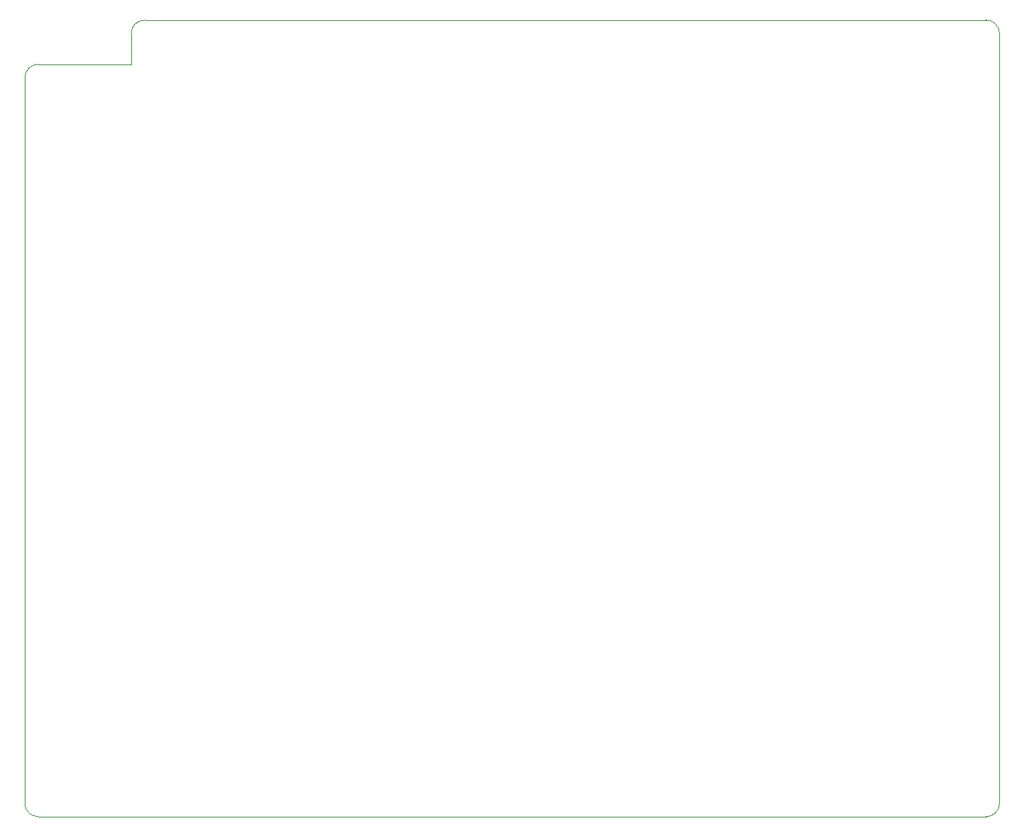
<source format=gbr>
%TF.GenerationSoftware,KiCad,Pcbnew,7.0.10-7.0.10~ubuntu22.04.1*%
%TF.CreationDate,2024-01-03T13:55:48+01:00*%
%TF.ProjectId,EEZ DIB BP3C-DM r3B3,45455a20-4449-4422-9042-5033432d444d,rev?*%
%TF.SameCoordinates,Original*%
%TF.FileFunction,Profile,NP*%
%FSLAX46Y46*%
G04 Gerber Fmt 4.6, Leading zero omitted, Abs format (unit mm)*
G04 Created by KiCad (PCBNEW 7.0.10-7.0.10~ubuntu22.04.1) date 2024-01-03 13:55:48*
%MOMM*%
%LPD*%
G01*
G04 APERTURE LIST*
%TA.AperFunction,Profile*%
%ADD10C,0.100000*%
%TD*%
G04 APERTURE END LIST*
D10*
X203501100Y-148503600D02*
X203501100Y-61503600D01*
X107001100Y-60003600D02*
G75*
G03*
X105501100Y-61503600I0J-1500000D01*
G01*
X93501100Y-66503600D02*
X93501100Y-148503600D01*
X95001100Y-65003600D02*
G75*
G03*
X93501100Y-66503600I0J-1500000D01*
G01*
X202001100Y-150003600D02*
G75*
G03*
X203501100Y-148503600I0J1500000D01*
G01*
X93501100Y-148503600D02*
G75*
G03*
X95001100Y-150003600I1500000J0D01*
G01*
X95001100Y-150003600D02*
X202001100Y-150003600D01*
X202001100Y-60003600D02*
X107001100Y-60003600D01*
X105501100Y-61503600D02*
X105501100Y-65003600D01*
X203501100Y-61503600D02*
G75*
G03*
X202001100Y-60003600I-1500000J0D01*
G01*
X105501100Y-65003600D02*
X95001100Y-65003600D01*
M02*

</source>
